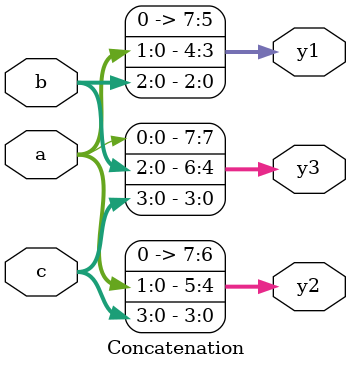
<source format=v>
module Concatenation(
  input [1:0] a,
  input [2:0] b,
  input [3:0] c,
  output reg [7:0] y1, y2, y3
);
  assign y1 = {a,b};
  assign y2 = {a,c};
  assign y3 = {a,b,c};
endmodule
</source>
